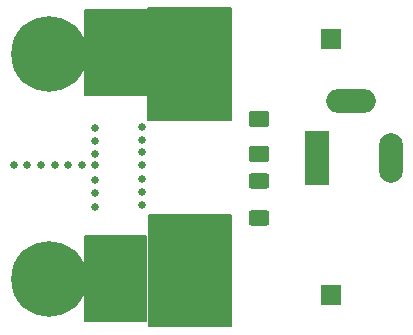
<source format=gbr>
%TF.GenerationSoftware,KiCad,Pcbnew,8.0.1*%
%TF.CreationDate,2024-04-06T16:57:38-05:00*%
%TF.ProjectId,Banana to Barrel Jack Adapter,42616e61-6e61-4207-946f-204261727265,2*%
%TF.SameCoordinates,Original*%
%TF.FileFunction,Soldermask,Top*%
%TF.FilePolarity,Negative*%
%FSLAX46Y46*%
G04 Gerber Fmt 4.6, Leading zero omitted, Abs format (unit mm)*
G04 Created by KiCad (PCBNEW 8.0.1) date 2024-04-06 16:57:38*
%MOMM*%
%LPD*%
G01*
G04 APERTURE LIST*
G04 Aperture macros list*
%AMRoundRect*
0 Rectangle with rounded corners*
0 $1 Rounding radius*
0 $2 $3 $4 $5 $6 $7 $8 $9 X,Y pos of 4 corners*
0 Add a 4 corners polygon primitive as box body*
4,1,4,$2,$3,$4,$5,$6,$7,$8,$9,$2,$3,0*
0 Add four circle primitives for the rounded corners*
1,1,$1+$1,$2,$3*
1,1,$1+$1,$4,$5*
1,1,$1+$1,$6,$7*
1,1,$1+$1,$8,$9*
0 Add four rect primitives between the rounded corners*
20,1,$1+$1,$2,$3,$4,$5,0*
20,1,$1+$1,$4,$5,$6,$7,0*
20,1,$1+$1,$6,$7,$8,$9,0*
20,1,$1+$1,$8,$9,$2,$3,0*%
G04 Aperture macros list end*
%ADD10C,0.150000*%
%ADD11C,0.635000*%
%ADD12R,2.000000X4.600000*%
%ADD13O,2.000000X4.200000*%
%ADD14O,4.200000X2.000000*%
%ADD15R,1.700000X1.700000*%
%ADD16C,0.800000*%
%ADD17C,6.400000*%
%ADD18RoundRect,0.250000X0.625000X-0.400000X0.625000X0.400000X-0.625000X0.400000X-0.625000X-0.400000X0*%
%ADD19RoundRect,0.250001X-0.624999X0.462499X-0.624999X-0.462499X0.624999X-0.462499X0.624999X0.462499X0*%
G04 APERTURE END LIST*
D10*
X132020200Y-105377200D02*
X137220000Y-105377200D01*
X137220000Y-112540000D01*
X132020200Y-112540000D01*
X132020200Y-105377200D01*
G36*
X132020200Y-105377200D02*
G01*
X137220000Y-105377200D01*
X137220000Y-112540000D01*
X132020200Y-112540000D01*
X132020200Y-105377200D01*
G37*
X137433800Y-103528400D02*
X144373600Y-103528400D01*
X144373600Y-112972400D01*
X137433800Y-112972400D01*
X137433800Y-103528400D01*
G36*
X137433800Y-103528400D02*
G01*
X144373600Y-103528400D01*
X144373600Y-112972400D01*
X137433800Y-112972400D01*
X137433800Y-103528400D01*
G37*
X132045700Y-86212200D02*
X137245500Y-86212200D01*
X137245500Y-93375000D01*
X132045700Y-93375000D01*
X132045700Y-86212200D01*
G36*
X132045700Y-86212200D02*
G01*
X137245500Y-86212200D01*
X137245500Y-93375000D01*
X132045700Y-93375000D01*
X132045700Y-86212200D01*
G37*
X137384600Y-86058000D02*
X144424400Y-86058000D01*
X144424400Y-95520600D01*
X137384600Y-95520600D01*
X137384600Y-86058000D01*
G36*
X137384600Y-86058000D02*
G01*
X144424400Y-86058000D01*
X144424400Y-95520600D01*
X137384600Y-95520600D01*
X137384600Y-86058000D01*
G37*
D11*
%TO.C,*%
X136890000Y-96122884D03*
%TD*%
D12*
%TO.C,J1*%
X151650000Y-98750000D03*
D13*
X157950000Y-98750000D03*
D14*
X154550000Y-93950000D03*
%TD*%
D11*
%TO.C,REF\u002A\u002A*%
X132891494Y-99346800D03*
%TD*%
D15*
%TO.C,J3*%
X152882600Y-88671400D03*
%TD*%
D11*
%TO.C,REF\u002A\u002A*%
X132891494Y-102853108D03*
%TD*%
D16*
%TO.C,H1*%
X126600138Y-108968250D03*
X127303082Y-107271194D03*
X127303082Y-110665306D03*
X129000138Y-106568250D03*
D17*
X129000138Y-108968250D03*
D16*
X129000138Y-111368250D03*
X130697194Y-107271194D03*
X130697194Y-110665306D03*
X131400138Y-108968250D03*
%TD*%
D11*
%TO.C,REF\u002A\u002A*%
X132891494Y-96228040D03*
%TD*%
%TO.C,REF\u002A\u002A*%
X128300000Y-99290000D03*
%TD*%
%TO.C,REF\u002A\u002A*%
X127138494Y-99290000D03*
%TD*%
%TO.C,REF\u002A\u002A*%
X129461506Y-99290000D03*
%TD*%
D15*
%TO.C,J2*%
X152882600Y-110337600D03*
%TD*%
D11*
%TO.C,REF\u002A\u002A*%
X130623012Y-99290000D03*
%TD*%
D18*
%TO.C,R1*%
X146790000Y-103820000D03*
X146790000Y-100720000D03*
%TD*%
D11*
%TO.C,REF\u002A\u002A*%
X132891494Y-100580156D03*
%TD*%
%TO.C,REF\u002A\u002A*%
X131784518Y-99290000D03*
%TD*%
%TO.C,*%
X136890000Y-102747952D03*
%TD*%
%TO.C,REF\u002A\u002A*%
X125976988Y-99290000D03*
%TD*%
D16*
%TO.C,H2*%
X126600138Y-89918250D03*
X127303082Y-88221194D03*
X127303082Y-91615306D03*
X129000138Y-87518250D03*
D17*
X129000138Y-89918250D03*
D16*
X129000138Y-92318250D03*
X130697194Y-88221194D03*
X130697194Y-91615306D03*
X131400138Y-89918250D03*
%TD*%
D11*
%TO.C,*%
X136890000Y-97194764D03*
%TD*%
%TO.C,REF\u002A\u002A*%
X132891494Y-97299920D03*
%TD*%
%TO.C,*%
X136890000Y-99313124D03*
%TD*%
%TO.C,*%
X136890000Y-101611476D03*
%TD*%
%TO.C,REF\u002A\u002A*%
X132891494Y-101716632D03*
%TD*%
%TO.C,*%
X136890000Y-98266644D03*
%TD*%
%TO.C,REF\u002A\u002A*%
X132891494Y-98371800D03*
%TD*%
%TO.C,*%
X136890000Y-100475000D03*
%TD*%
D19*
%TO.C,D1*%
X146790000Y-95432500D03*
X146790000Y-98407500D03*
%TD*%
M02*

</source>
